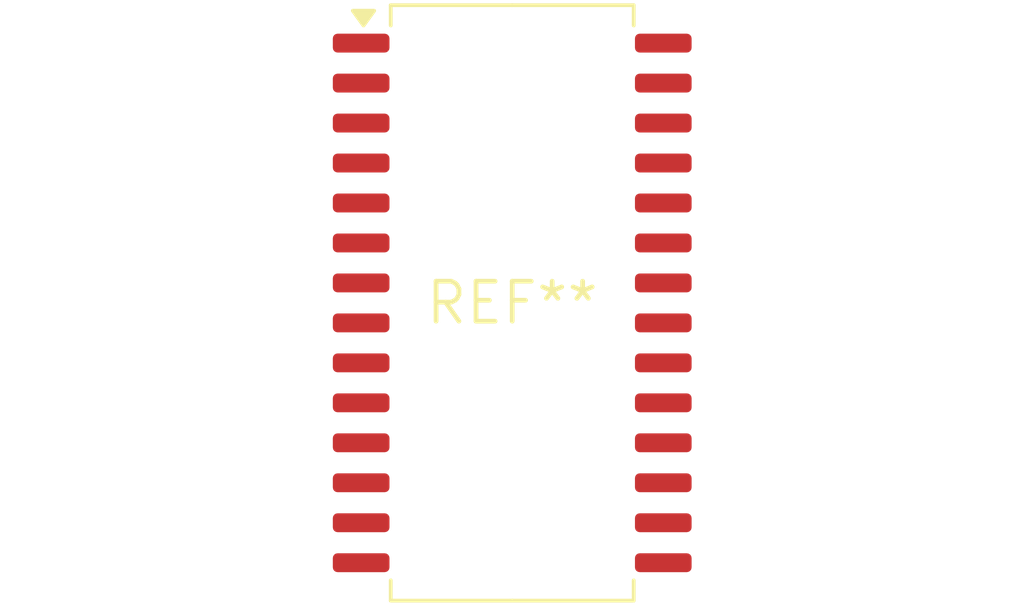
<source format=kicad_pcb>
(kicad_pcb (version 20240108) (generator pcbnew)
  (layers (0 "F.Cu" signal) (31 "B.Cu" signal) (34 "B.Paste" user) (35 "F.Paste" user) (36 "B.SilkS" user "B.Silkscreen") (37 "F.SilkS" user "F.Silkscreen") (38 "B.Mask" user) (39 "F.Mask" user) (44 "Edge.Cuts" user))
  (net 0 "")
  (footprint "SOIC-28W_7.5x18.7mm_P1.27mm" (layer "F.Cu") (at 0 0)
    (property "Reference" "REF**")
    (property "Value" "SOIC-28W_7.5x18.7mm_P1.27mm")
    (fp_line (start -3.86 -9.46) (end -3.86 -8.815) (layer "F.SilkS") (stroke (width 0.12)))
    (fp_line (start -3.86 9.46) (end -3.86 8.815) (layer "F.SilkS") (stroke (width 0.12)))
    (fp_line (start 0 -9.46) (end -3.86 -9.46) (layer "F.SilkS") (stroke (width 0.12)))
    (fp_line (start 0 -9.46) (end 3.86 -9.46) (layer "F.SilkS") (stroke (width 0.12)))
    (fp_line (start 0 9.46) (end -3.86 9.46) (layer "F.SilkS") (stroke (width 0.12)))
    (fp_line (start 0 9.46) (end 3.86 9.46) (layer "F.SilkS") (stroke (width 0.12)))
    (fp_line (start 3.86 -9.46) (end 3.86 -8.815) (layer "F.SilkS") (stroke (width 0.12)))
    (fp_line (start 3.86 9.46) (end 3.86 8.815) (layer "F.SilkS") (stroke (width 0.12)))
    (fp_poly (pts (xy -4.725 -8.815) (xy -5.065 -9.285) (xy -4.385 -9.285) (xy -4.725 -8.815)) (layer "F.SilkS") (stroke (width 0.12)) (fill solid))
    (pad "1" smd roundrect (at -4.8 -8.255) (size 1.8 0.6) (layers "F.Cu" "F.Paste" "F.Mask"))
    (pad "2" smd roundrect (at -4.8 -6.985) (size 1.8 0.6) (layers "F.Cu" "F.Paste" "F.Mask"))
    (pad "3" smd roundrect (at -4.8 -5.715) (size 1.8 0.6) (layers "F.Cu" "F.Paste" "F.Mask"))
    (pad "4" smd roundrect (at -4.8 -4.445) (size 1.8 0.6) (layers "F.Cu" "F.Paste" "F.Mask"))
    (pad "5" smd roundrect (at -4.8 -3.175) (size 1.8 0.6) (layers "F.Cu" "F.Paste" "F.Mask"))
    (pad "6" smd roundrect (at -4.8 -1.905) (size 1.8 0.6) (layers "F.Cu" "F.Paste" "F.Mask"))
    (pad "7" smd roundrect (at -4.8 -0.635) (size 1.8 0.6) (layers "F.Cu" "F.Paste" "F.Mask"))
    (pad "8" smd roundrect (at -4.8 0.635) (size 1.8 0.6) (layers "F.Cu" "F.Paste" "F.Mask"))
    (pad "9" smd roundrect (at -4.8 1.905) (size 1.8 0.6) (layers "F.Cu" "F.Paste" "F.Mask"))
    (pad "10" smd roundrect (at -4.8 3.175) (size 1.8 0.6) (layers "F.Cu" "F.Paste" "F.Mask"))
    (pad "11" smd roundrect (at -4.8 4.445) (size 1.8 0.6) (layers "F.Cu" "F.Paste" "F.Mask"))
    (pad "12" smd roundrect (at -4.8 5.715) (size 1.8 0.6) (layers "F.Cu" "F.Paste" "F.Mask"))
    (pad "13" smd roundrect (at -4.8 6.985) (size 1.8 0.6) (layers "F.Cu" "F.Paste" "F.Mask"))
    (pad "14" smd roundrect (at -4.8 8.255) (size 1.8 0.6) (layers "F.Cu" "F.Paste" "F.Mask"))
    (pad "15" smd roundrect (at 4.8 8.255) (size 1.8 0.6) (layers "F.Cu" "F.Paste" "F.Mask"))
    (pad "16" smd roundrect (at 4.8 6.985) (size 1.8 0.6) (layers "F.Cu" "F.Paste" "F.Mask"))
    (pad "17" smd roundrect (at 4.8 5.715) (size 1.8 0.6) (layers "F.Cu" "F.Paste" "F.Mask"))
    (pad "18" smd roundrect (at 4.8 4.445) (size 1.8 0.6) (layers "F.Cu" "F.Paste" "F.Mask"))
    (pad "19" smd roundrect (at 4.8 3.175) (size 1.8 0.6) (layers "F.Cu" "F.Paste" "F.Mask"))
    (pad "20" smd roundrect (at 4.8 1.905) (size 1.8 0.6) (layers "F.Cu" "F.Paste" "F.Mask"))
    (pad "21" smd roundrect (at 4.8 0.635) (size 1.8 0.6) (layers "F.Cu" "F.Paste" "F.Mask"))
    (pad "22" smd roundrect (at 4.8 -0.635) (size 1.8 0.6) (layers "F.Cu" "F.Paste" "F.Mask"))
    (pad "23" smd roundrect (at 4.8 -1.905) (size 1.8 0.6) (layers "F.Cu" "F.Paste" "F.Mask"))
    (pad "24" smd roundrect (at 4.8 -3.175) (size 1.8 0.6) (layers "F.Cu" "F.Paste" "F.Mask"))
    (pad "25" smd roundrect (at 4.8 -4.445) (size 1.8 0.6) (layers "F.Cu" "F.Paste" "F.Mask"))
    (pad "26" smd roundrect (at 4.8 -5.715) (size 1.8 0.6) (layers "F.Cu" "F.Paste" "F.Mask"))
    (pad "27" smd roundrect (at 4.8 -6.985) (size 1.8 0.6) (layers "F.Cu" "F.Paste" "F.Mask"))
    (pad "28" smd roundrect (at 4.8 -8.255) (size 1.8 0.6) (layers "F.Cu" "F.Paste" "F.Mask"))
  )
)
</source>
